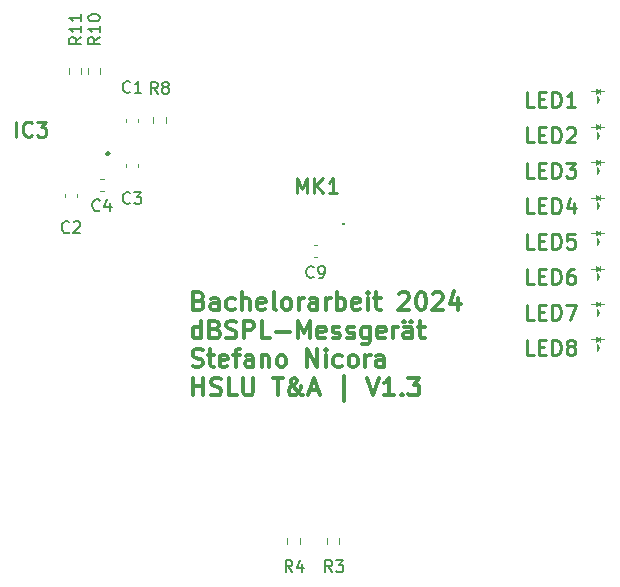
<source format=gto>
%TF.GenerationSoftware,KiCad,Pcbnew,8.0.0*%
%TF.CreationDate,2024-04-20T13:33:13+02:00*%
%TF.ProjectId,BAT2024,42415432-3032-4342-9e6b-696361645f70,1.0*%
%TF.SameCoordinates,Original*%
%TF.FileFunction,Legend,Top*%
%TF.FilePolarity,Positive*%
%FSLAX46Y46*%
G04 Gerber Fmt 4.6, Leading zero omitted, Abs format (unit mm)*
G04 Created by KiCad (PCBNEW 8.0.0) date 2024-04-20 13:33:13*
%MOMM*%
%LPD*%
G01*
G04 APERTURE LIST*
%ADD10C,0.300000*%
%ADD11C,0.254000*%
%ADD12C,0.150000*%
%ADD13C,0.120000*%
%ADD14C,0.250000*%
%ADD15C,0.200000*%
G04 APERTURE END LIST*
D10*
X104482510Y-64098366D02*
X104696796Y-64169794D01*
X104696796Y-64169794D02*
X104768225Y-64241223D01*
X104768225Y-64241223D02*
X104839653Y-64384080D01*
X104839653Y-64384080D02*
X104839653Y-64598366D01*
X104839653Y-64598366D02*
X104768225Y-64741223D01*
X104768225Y-64741223D02*
X104696796Y-64812652D01*
X104696796Y-64812652D02*
X104553939Y-64884080D01*
X104553939Y-64884080D02*
X103982510Y-64884080D01*
X103982510Y-64884080D02*
X103982510Y-63384080D01*
X103982510Y-63384080D02*
X104482510Y-63384080D01*
X104482510Y-63384080D02*
X104625368Y-63455509D01*
X104625368Y-63455509D02*
X104696796Y-63526937D01*
X104696796Y-63526937D02*
X104768225Y-63669794D01*
X104768225Y-63669794D02*
X104768225Y-63812652D01*
X104768225Y-63812652D02*
X104696796Y-63955509D01*
X104696796Y-63955509D02*
X104625368Y-64026937D01*
X104625368Y-64026937D02*
X104482510Y-64098366D01*
X104482510Y-64098366D02*
X103982510Y-64098366D01*
X106125368Y-64884080D02*
X106125368Y-64098366D01*
X106125368Y-64098366D02*
X106053939Y-63955509D01*
X106053939Y-63955509D02*
X105911082Y-63884080D01*
X105911082Y-63884080D02*
X105625368Y-63884080D01*
X105625368Y-63884080D02*
X105482510Y-63955509D01*
X106125368Y-64812652D02*
X105982510Y-64884080D01*
X105982510Y-64884080D02*
X105625368Y-64884080D01*
X105625368Y-64884080D02*
X105482510Y-64812652D01*
X105482510Y-64812652D02*
X105411082Y-64669794D01*
X105411082Y-64669794D02*
X105411082Y-64526937D01*
X105411082Y-64526937D02*
X105482510Y-64384080D01*
X105482510Y-64384080D02*
X105625368Y-64312652D01*
X105625368Y-64312652D02*
X105982510Y-64312652D01*
X105982510Y-64312652D02*
X106125368Y-64241223D01*
X107482511Y-64812652D02*
X107339653Y-64884080D01*
X107339653Y-64884080D02*
X107053939Y-64884080D01*
X107053939Y-64884080D02*
X106911082Y-64812652D01*
X106911082Y-64812652D02*
X106839653Y-64741223D01*
X106839653Y-64741223D02*
X106768225Y-64598366D01*
X106768225Y-64598366D02*
X106768225Y-64169794D01*
X106768225Y-64169794D02*
X106839653Y-64026937D01*
X106839653Y-64026937D02*
X106911082Y-63955509D01*
X106911082Y-63955509D02*
X107053939Y-63884080D01*
X107053939Y-63884080D02*
X107339653Y-63884080D01*
X107339653Y-63884080D02*
X107482511Y-63955509D01*
X108125367Y-64884080D02*
X108125367Y-63384080D01*
X108768225Y-64884080D02*
X108768225Y-64098366D01*
X108768225Y-64098366D02*
X108696796Y-63955509D01*
X108696796Y-63955509D02*
X108553939Y-63884080D01*
X108553939Y-63884080D02*
X108339653Y-63884080D01*
X108339653Y-63884080D02*
X108196796Y-63955509D01*
X108196796Y-63955509D02*
X108125367Y-64026937D01*
X110053939Y-64812652D02*
X109911082Y-64884080D01*
X109911082Y-64884080D02*
X109625368Y-64884080D01*
X109625368Y-64884080D02*
X109482510Y-64812652D01*
X109482510Y-64812652D02*
X109411082Y-64669794D01*
X109411082Y-64669794D02*
X109411082Y-64098366D01*
X109411082Y-64098366D02*
X109482510Y-63955509D01*
X109482510Y-63955509D02*
X109625368Y-63884080D01*
X109625368Y-63884080D02*
X109911082Y-63884080D01*
X109911082Y-63884080D02*
X110053939Y-63955509D01*
X110053939Y-63955509D02*
X110125368Y-64098366D01*
X110125368Y-64098366D02*
X110125368Y-64241223D01*
X110125368Y-64241223D02*
X109411082Y-64384080D01*
X110982510Y-64884080D02*
X110839653Y-64812652D01*
X110839653Y-64812652D02*
X110768224Y-64669794D01*
X110768224Y-64669794D02*
X110768224Y-63384080D01*
X111768224Y-64884080D02*
X111625367Y-64812652D01*
X111625367Y-64812652D02*
X111553938Y-64741223D01*
X111553938Y-64741223D02*
X111482510Y-64598366D01*
X111482510Y-64598366D02*
X111482510Y-64169794D01*
X111482510Y-64169794D02*
X111553938Y-64026937D01*
X111553938Y-64026937D02*
X111625367Y-63955509D01*
X111625367Y-63955509D02*
X111768224Y-63884080D01*
X111768224Y-63884080D02*
X111982510Y-63884080D01*
X111982510Y-63884080D02*
X112125367Y-63955509D01*
X112125367Y-63955509D02*
X112196796Y-64026937D01*
X112196796Y-64026937D02*
X112268224Y-64169794D01*
X112268224Y-64169794D02*
X112268224Y-64598366D01*
X112268224Y-64598366D02*
X112196796Y-64741223D01*
X112196796Y-64741223D02*
X112125367Y-64812652D01*
X112125367Y-64812652D02*
X111982510Y-64884080D01*
X111982510Y-64884080D02*
X111768224Y-64884080D01*
X112911081Y-64884080D02*
X112911081Y-63884080D01*
X112911081Y-64169794D02*
X112982510Y-64026937D01*
X112982510Y-64026937D02*
X113053939Y-63955509D01*
X113053939Y-63955509D02*
X113196796Y-63884080D01*
X113196796Y-63884080D02*
X113339653Y-63884080D01*
X114482510Y-64884080D02*
X114482510Y-64098366D01*
X114482510Y-64098366D02*
X114411081Y-63955509D01*
X114411081Y-63955509D02*
X114268224Y-63884080D01*
X114268224Y-63884080D02*
X113982510Y-63884080D01*
X113982510Y-63884080D02*
X113839652Y-63955509D01*
X114482510Y-64812652D02*
X114339652Y-64884080D01*
X114339652Y-64884080D02*
X113982510Y-64884080D01*
X113982510Y-64884080D02*
X113839652Y-64812652D01*
X113839652Y-64812652D02*
X113768224Y-64669794D01*
X113768224Y-64669794D02*
X113768224Y-64526937D01*
X113768224Y-64526937D02*
X113839652Y-64384080D01*
X113839652Y-64384080D02*
X113982510Y-64312652D01*
X113982510Y-64312652D02*
X114339652Y-64312652D01*
X114339652Y-64312652D02*
X114482510Y-64241223D01*
X115196795Y-64884080D02*
X115196795Y-63884080D01*
X115196795Y-64169794D02*
X115268224Y-64026937D01*
X115268224Y-64026937D02*
X115339653Y-63955509D01*
X115339653Y-63955509D02*
X115482510Y-63884080D01*
X115482510Y-63884080D02*
X115625367Y-63884080D01*
X116125366Y-64884080D02*
X116125366Y-63384080D01*
X116125366Y-63955509D02*
X116268224Y-63884080D01*
X116268224Y-63884080D02*
X116553938Y-63884080D01*
X116553938Y-63884080D02*
X116696795Y-63955509D01*
X116696795Y-63955509D02*
X116768224Y-64026937D01*
X116768224Y-64026937D02*
X116839652Y-64169794D01*
X116839652Y-64169794D02*
X116839652Y-64598366D01*
X116839652Y-64598366D02*
X116768224Y-64741223D01*
X116768224Y-64741223D02*
X116696795Y-64812652D01*
X116696795Y-64812652D02*
X116553938Y-64884080D01*
X116553938Y-64884080D02*
X116268224Y-64884080D01*
X116268224Y-64884080D02*
X116125366Y-64812652D01*
X118053938Y-64812652D02*
X117911081Y-64884080D01*
X117911081Y-64884080D02*
X117625367Y-64884080D01*
X117625367Y-64884080D02*
X117482509Y-64812652D01*
X117482509Y-64812652D02*
X117411081Y-64669794D01*
X117411081Y-64669794D02*
X117411081Y-64098366D01*
X117411081Y-64098366D02*
X117482509Y-63955509D01*
X117482509Y-63955509D02*
X117625367Y-63884080D01*
X117625367Y-63884080D02*
X117911081Y-63884080D01*
X117911081Y-63884080D02*
X118053938Y-63955509D01*
X118053938Y-63955509D02*
X118125367Y-64098366D01*
X118125367Y-64098366D02*
X118125367Y-64241223D01*
X118125367Y-64241223D02*
X117411081Y-64384080D01*
X118768223Y-64884080D02*
X118768223Y-63884080D01*
X118768223Y-63384080D02*
X118696795Y-63455509D01*
X118696795Y-63455509D02*
X118768223Y-63526937D01*
X118768223Y-63526937D02*
X118839652Y-63455509D01*
X118839652Y-63455509D02*
X118768223Y-63384080D01*
X118768223Y-63384080D02*
X118768223Y-63526937D01*
X119268224Y-63884080D02*
X119839652Y-63884080D01*
X119482509Y-63384080D02*
X119482509Y-64669794D01*
X119482509Y-64669794D02*
X119553938Y-64812652D01*
X119553938Y-64812652D02*
X119696795Y-64884080D01*
X119696795Y-64884080D02*
X119839652Y-64884080D01*
X121411081Y-63526937D02*
X121482509Y-63455509D01*
X121482509Y-63455509D02*
X121625367Y-63384080D01*
X121625367Y-63384080D02*
X121982509Y-63384080D01*
X121982509Y-63384080D02*
X122125367Y-63455509D01*
X122125367Y-63455509D02*
X122196795Y-63526937D01*
X122196795Y-63526937D02*
X122268224Y-63669794D01*
X122268224Y-63669794D02*
X122268224Y-63812652D01*
X122268224Y-63812652D02*
X122196795Y-64026937D01*
X122196795Y-64026937D02*
X121339652Y-64884080D01*
X121339652Y-64884080D02*
X122268224Y-64884080D01*
X123196795Y-63384080D02*
X123339652Y-63384080D01*
X123339652Y-63384080D02*
X123482509Y-63455509D01*
X123482509Y-63455509D02*
X123553938Y-63526937D01*
X123553938Y-63526937D02*
X123625366Y-63669794D01*
X123625366Y-63669794D02*
X123696795Y-63955509D01*
X123696795Y-63955509D02*
X123696795Y-64312652D01*
X123696795Y-64312652D02*
X123625366Y-64598366D01*
X123625366Y-64598366D02*
X123553938Y-64741223D01*
X123553938Y-64741223D02*
X123482509Y-64812652D01*
X123482509Y-64812652D02*
X123339652Y-64884080D01*
X123339652Y-64884080D02*
X123196795Y-64884080D01*
X123196795Y-64884080D02*
X123053938Y-64812652D01*
X123053938Y-64812652D02*
X122982509Y-64741223D01*
X122982509Y-64741223D02*
X122911080Y-64598366D01*
X122911080Y-64598366D02*
X122839652Y-64312652D01*
X122839652Y-64312652D02*
X122839652Y-63955509D01*
X122839652Y-63955509D02*
X122911080Y-63669794D01*
X122911080Y-63669794D02*
X122982509Y-63526937D01*
X122982509Y-63526937D02*
X123053938Y-63455509D01*
X123053938Y-63455509D02*
X123196795Y-63384080D01*
X124268223Y-63526937D02*
X124339651Y-63455509D01*
X124339651Y-63455509D02*
X124482509Y-63384080D01*
X124482509Y-63384080D02*
X124839651Y-63384080D01*
X124839651Y-63384080D02*
X124982509Y-63455509D01*
X124982509Y-63455509D02*
X125053937Y-63526937D01*
X125053937Y-63526937D02*
X125125366Y-63669794D01*
X125125366Y-63669794D02*
X125125366Y-63812652D01*
X125125366Y-63812652D02*
X125053937Y-64026937D01*
X125053937Y-64026937D02*
X124196794Y-64884080D01*
X124196794Y-64884080D02*
X125125366Y-64884080D01*
X126411080Y-63884080D02*
X126411080Y-64884080D01*
X126053937Y-63312652D02*
X125696794Y-64384080D01*
X125696794Y-64384080D02*
X126625365Y-64384080D01*
X104625368Y-67298996D02*
X104625368Y-65798996D01*
X104625368Y-67227568D02*
X104482510Y-67298996D01*
X104482510Y-67298996D02*
X104196796Y-67298996D01*
X104196796Y-67298996D02*
X104053939Y-67227568D01*
X104053939Y-67227568D02*
X103982510Y-67156139D01*
X103982510Y-67156139D02*
X103911082Y-67013282D01*
X103911082Y-67013282D02*
X103911082Y-66584710D01*
X103911082Y-66584710D02*
X103982510Y-66441853D01*
X103982510Y-66441853D02*
X104053939Y-66370425D01*
X104053939Y-66370425D02*
X104196796Y-66298996D01*
X104196796Y-66298996D02*
X104482510Y-66298996D01*
X104482510Y-66298996D02*
X104625368Y-66370425D01*
X105839653Y-66513282D02*
X106053939Y-66584710D01*
X106053939Y-66584710D02*
X106125368Y-66656139D01*
X106125368Y-66656139D02*
X106196796Y-66798996D01*
X106196796Y-66798996D02*
X106196796Y-67013282D01*
X106196796Y-67013282D02*
X106125368Y-67156139D01*
X106125368Y-67156139D02*
X106053939Y-67227568D01*
X106053939Y-67227568D02*
X105911082Y-67298996D01*
X105911082Y-67298996D02*
X105339653Y-67298996D01*
X105339653Y-67298996D02*
X105339653Y-65798996D01*
X105339653Y-65798996D02*
X105839653Y-65798996D01*
X105839653Y-65798996D02*
X105982511Y-65870425D01*
X105982511Y-65870425D02*
X106053939Y-65941853D01*
X106053939Y-65941853D02*
X106125368Y-66084710D01*
X106125368Y-66084710D02*
X106125368Y-66227568D01*
X106125368Y-66227568D02*
X106053939Y-66370425D01*
X106053939Y-66370425D02*
X105982511Y-66441853D01*
X105982511Y-66441853D02*
X105839653Y-66513282D01*
X105839653Y-66513282D02*
X105339653Y-66513282D01*
X106768225Y-67227568D02*
X106982511Y-67298996D01*
X106982511Y-67298996D02*
X107339653Y-67298996D01*
X107339653Y-67298996D02*
X107482511Y-67227568D01*
X107482511Y-67227568D02*
X107553939Y-67156139D01*
X107553939Y-67156139D02*
X107625368Y-67013282D01*
X107625368Y-67013282D02*
X107625368Y-66870425D01*
X107625368Y-66870425D02*
X107553939Y-66727568D01*
X107553939Y-66727568D02*
X107482511Y-66656139D01*
X107482511Y-66656139D02*
X107339653Y-66584710D01*
X107339653Y-66584710D02*
X107053939Y-66513282D01*
X107053939Y-66513282D02*
X106911082Y-66441853D01*
X106911082Y-66441853D02*
X106839653Y-66370425D01*
X106839653Y-66370425D02*
X106768225Y-66227568D01*
X106768225Y-66227568D02*
X106768225Y-66084710D01*
X106768225Y-66084710D02*
X106839653Y-65941853D01*
X106839653Y-65941853D02*
X106911082Y-65870425D01*
X106911082Y-65870425D02*
X107053939Y-65798996D01*
X107053939Y-65798996D02*
X107411082Y-65798996D01*
X107411082Y-65798996D02*
X107625368Y-65870425D01*
X108268224Y-67298996D02*
X108268224Y-65798996D01*
X108268224Y-65798996D02*
X108839653Y-65798996D01*
X108839653Y-65798996D02*
X108982510Y-65870425D01*
X108982510Y-65870425D02*
X109053939Y-65941853D01*
X109053939Y-65941853D02*
X109125367Y-66084710D01*
X109125367Y-66084710D02*
X109125367Y-66298996D01*
X109125367Y-66298996D02*
X109053939Y-66441853D01*
X109053939Y-66441853D02*
X108982510Y-66513282D01*
X108982510Y-66513282D02*
X108839653Y-66584710D01*
X108839653Y-66584710D02*
X108268224Y-66584710D01*
X110482510Y-67298996D02*
X109768224Y-67298996D01*
X109768224Y-67298996D02*
X109768224Y-65798996D01*
X110982510Y-66727568D02*
X112125368Y-66727568D01*
X112839653Y-67298996D02*
X112839653Y-65798996D01*
X112839653Y-65798996D02*
X113339653Y-66870425D01*
X113339653Y-66870425D02*
X113839653Y-65798996D01*
X113839653Y-65798996D02*
X113839653Y-67298996D01*
X115125368Y-67227568D02*
X114982511Y-67298996D01*
X114982511Y-67298996D02*
X114696797Y-67298996D01*
X114696797Y-67298996D02*
X114553939Y-67227568D01*
X114553939Y-67227568D02*
X114482511Y-67084710D01*
X114482511Y-67084710D02*
X114482511Y-66513282D01*
X114482511Y-66513282D02*
X114553939Y-66370425D01*
X114553939Y-66370425D02*
X114696797Y-66298996D01*
X114696797Y-66298996D02*
X114982511Y-66298996D01*
X114982511Y-66298996D02*
X115125368Y-66370425D01*
X115125368Y-66370425D02*
X115196797Y-66513282D01*
X115196797Y-66513282D02*
X115196797Y-66656139D01*
X115196797Y-66656139D02*
X114482511Y-66798996D01*
X115768225Y-67227568D02*
X115911082Y-67298996D01*
X115911082Y-67298996D02*
X116196796Y-67298996D01*
X116196796Y-67298996D02*
X116339653Y-67227568D01*
X116339653Y-67227568D02*
X116411082Y-67084710D01*
X116411082Y-67084710D02*
X116411082Y-67013282D01*
X116411082Y-67013282D02*
X116339653Y-66870425D01*
X116339653Y-66870425D02*
X116196796Y-66798996D01*
X116196796Y-66798996D02*
X115982511Y-66798996D01*
X115982511Y-66798996D02*
X115839653Y-66727568D01*
X115839653Y-66727568D02*
X115768225Y-66584710D01*
X115768225Y-66584710D02*
X115768225Y-66513282D01*
X115768225Y-66513282D02*
X115839653Y-66370425D01*
X115839653Y-66370425D02*
X115982511Y-66298996D01*
X115982511Y-66298996D02*
X116196796Y-66298996D01*
X116196796Y-66298996D02*
X116339653Y-66370425D01*
X116982511Y-67227568D02*
X117125368Y-67298996D01*
X117125368Y-67298996D02*
X117411082Y-67298996D01*
X117411082Y-67298996D02*
X117553939Y-67227568D01*
X117553939Y-67227568D02*
X117625368Y-67084710D01*
X117625368Y-67084710D02*
X117625368Y-67013282D01*
X117625368Y-67013282D02*
X117553939Y-66870425D01*
X117553939Y-66870425D02*
X117411082Y-66798996D01*
X117411082Y-66798996D02*
X117196797Y-66798996D01*
X117196797Y-66798996D02*
X117053939Y-66727568D01*
X117053939Y-66727568D02*
X116982511Y-66584710D01*
X116982511Y-66584710D02*
X116982511Y-66513282D01*
X116982511Y-66513282D02*
X117053939Y-66370425D01*
X117053939Y-66370425D02*
X117196797Y-66298996D01*
X117196797Y-66298996D02*
X117411082Y-66298996D01*
X117411082Y-66298996D02*
X117553939Y-66370425D01*
X118911083Y-66298996D02*
X118911083Y-67513282D01*
X118911083Y-67513282D02*
X118839654Y-67656139D01*
X118839654Y-67656139D02*
X118768225Y-67727568D01*
X118768225Y-67727568D02*
X118625368Y-67798996D01*
X118625368Y-67798996D02*
X118411083Y-67798996D01*
X118411083Y-67798996D02*
X118268225Y-67727568D01*
X118911083Y-67227568D02*
X118768225Y-67298996D01*
X118768225Y-67298996D02*
X118482511Y-67298996D01*
X118482511Y-67298996D02*
X118339654Y-67227568D01*
X118339654Y-67227568D02*
X118268225Y-67156139D01*
X118268225Y-67156139D02*
X118196797Y-67013282D01*
X118196797Y-67013282D02*
X118196797Y-66584710D01*
X118196797Y-66584710D02*
X118268225Y-66441853D01*
X118268225Y-66441853D02*
X118339654Y-66370425D01*
X118339654Y-66370425D02*
X118482511Y-66298996D01*
X118482511Y-66298996D02*
X118768225Y-66298996D01*
X118768225Y-66298996D02*
X118911083Y-66370425D01*
X120196797Y-67227568D02*
X120053940Y-67298996D01*
X120053940Y-67298996D02*
X119768226Y-67298996D01*
X119768226Y-67298996D02*
X119625368Y-67227568D01*
X119625368Y-67227568D02*
X119553940Y-67084710D01*
X119553940Y-67084710D02*
X119553940Y-66513282D01*
X119553940Y-66513282D02*
X119625368Y-66370425D01*
X119625368Y-66370425D02*
X119768226Y-66298996D01*
X119768226Y-66298996D02*
X120053940Y-66298996D01*
X120053940Y-66298996D02*
X120196797Y-66370425D01*
X120196797Y-66370425D02*
X120268226Y-66513282D01*
X120268226Y-66513282D02*
X120268226Y-66656139D01*
X120268226Y-66656139D02*
X119553940Y-66798996D01*
X120911082Y-67298996D02*
X120911082Y-66298996D01*
X120911082Y-66584710D02*
X120982511Y-66441853D01*
X120982511Y-66441853D02*
X121053940Y-66370425D01*
X121053940Y-66370425D02*
X121196797Y-66298996D01*
X121196797Y-66298996D02*
X121339654Y-66298996D01*
X122482511Y-67298996D02*
X122482511Y-66513282D01*
X122482511Y-66513282D02*
X122411082Y-66370425D01*
X122411082Y-66370425D02*
X122268225Y-66298996D01*
X122268225Y-66298996D02*
X121982511Y-66298996D01*
X121982511Y-66298996D02*
X121839653Y-66370425D01*
X122482511Y-67227568D02*
X122339653Y-67298996D01*
X122339653Y-67298996D02*
X121982511Y-67298996D01*
X121982511Y-67298996D02*
X121839653Y-67227568D01*
X121839653Y-67227568D02*
X121768225Y-67084710D01*
X121768225Y-67084710D02*
X121768225Y-66941853D01*
X121768225Y-66941853D02*
X121839653Y-66798996D01*
X121839653Y-66798996D02*
X121982511Y-66727568D01*
X121982511Y-66727568D02*
X122339653Y-66727568D01*
X122339653Y-66727568D02*
X122482511Y-66656139D01*
X121839653Y-65798996D02*
X121911082Y-65870425D01*
X121911082Y-65870425D02*
X121839653Y-65941853D01*
X121839653Y-65941853D02*
X121768225Y-65870425D01*
X121768225Y-65870425D02*
X121839653Y-65798996D01*
X121839653Y-65798996D02*
X121839653Y-65941853D01*
X122411082Y-65798996D02*
X122482511Y-65870425D01*
X122482511Y-65870425D02*
X122411082Y-65941853D01*
X122411082Y-65941853D02*
X122339653Y-65870425D01*
X122339653Y-65870425D02*
X122411082Y-65798996D01*
X122411082Y-65798996D02*
X122411082Y-65941853D01*
X122982511Y-66298996D02*
X123553939Y-66298996D01*
X123196796Y-65798996D02*
X123196796Y-67084710D01*
X123196796Y-67084710D02*
X123268225Y-67227568D01*
X123268225Y-67227568D02*
X123411082Y-67298996D01*
X123411082Y-67298996D02*
X123553939Y-67298996D01*
X103911082Y-69642484D02*
X104125368Y-69713912D01*
X104125368Y-69713912D02*
X104482510Y-69713912D01*
X104482510Y-69713912D02*
X104625368Y-69642484D01*
X104625368Y-69642484D02*
X104696796Y-69571055D01*
X104696796Y-69571055D02*
X104768225Y-69428198D01*
X104768225Y-69428198D02*
X104768225Y-69285341D01*
X104768225Y-69285341D02*
X104696796Y-69142484D01*
X104696796Y-69142484D02*
X104625368Y-69071055D01*
X104625368Y-69071055D02*
X104482510Y-68999626D01*
X104482510Y-68999626D02*
X104196796Y-68928198D01*
X104196796Y-68928198D02*
X104053939Y-68856769D01*
X104053939Y-68856769D02*
X103982510Y-68785341D01*
X103982510Y-68785341D02*
X103911082Y-68642484D01*
X103911082Y-68642484D02*
X103911082Y-68499626D01*
X103911082Y-68499626D02*
X103982510Y-68356769D01*
X103982510Y-68356769D02*
X104053939Y-68285341D01*
X104053939Y-68285341D02*
X104196796Y-68213912D01*
X104196796Y-68213912D02*
X104553939Y-68213912D01*
X104553939Y-68213912D02*
X104768225Y-68285341D01*
X105196796Y-68713912D02*
X105768224Y-68713912D01*
X105411081Y-68213912D02*
X105411081Y-69499626D01*
X105411081Y-69499626D02*
X105482510Y-69642484D01*
X105482510Y-69642484D02*
X105625367Y-69713912D01*
X105625367Y-69713912D02*
X105768224Y-69713912D01*
X106839653Y-69642484D02*
X106696796Y-69713912D01*
X106696796Y-69713912D02*
X106411082Y-69713912D01*
X106411082Y-69713912D02*
X106268224Y-69642484D01*
X106268224Y-69642484D02*
X106196796Y-69499626D01*
X106196796Y-69499626D02*
X106196796Y-68928198D01*
X106196796Y-68928198D02*
X106268224Y-68785341D01*
X106268224Y-68785341D02*
X106411082Y-68713912D01*
X106411082Y-68713912D02*
X106696796Y-68713912D01*
X106696796Y-68713912D02*
X106839653Y-68785341D01*
X106839653Y-68785341D02*
X106911082Y-68928198D01*
X106911082Y-68928198D02*
X106911082Y-69071055D01*
X106911082Y-69071055D02*
X106196796Y-69213912D01*
X107339653Y-68713912D02*
X107911081Y-68713912D01*
X107553938Y-69713912D02*
X107553938Y-68428198D01*
X107553938Y-68428198D02*
X107625367Y-68285341D01*
X107625367Y-68285341D02*
X107768224Y-68213912D01*
X107768224Y-68213912D02*
X107911081Y-68213912D01*
X109053939Y-69713912D02*
X109053939Y-68928198D01*
X109053939Y-68928198D02*
X108982510Y-68785341D01*
X108982510Y-68785341D02*
X108839653Y-68713912D01*
X108839653Y-68713912D02*
X108553939Y-68713912D01*
X108553939Y-68713912D02*
X108411081Y-68785341D01*
X109053939Y-69642484D02*
X108911081Y-69713912D01*
X108911081Y-69713912D02*
X108553939Y-69713912D01*
X108553939Y-69713912D02*
X108411081Y-69642484D01*
X108411081Y-69642484D02*
X108339653Y-69499626D01*
X108339653Y-69499626D02*
X108339653Y-69356769D01*
X108339653Y-69356769D02*
X108411081Y-69213912D01*
X108411081Y-69213912D02*
X108553939Y-69142484D01*
X108553939Y-69142484D02*
X108911081Y-69142484D01*
X108911081Y-69142484D02*
X109053939Y-69071055D01*
X109768224Y-68713912D02*
X109768224Y-69713912D01*
X109768224Y-68856769D02*
X109839653Y-68785341D01*
X109839653Y-68785341D02*
X109982510Y-68713912D01*
X109982510Y-68713912D02*
X110196796Y-68713912D01*
X110196796Y-68713912D02*
X110339653Y-68785341D01*
X110339653Y-68785341D02*
X110411082Y-68928198D01*
X110411082Y-68928198D02*
X110411082Y-69713912D01*
X111339653Y-69713912D02*
X111196796Y-69642484D01*
X111196796Y-69642484D02*
X111125367Y-69571055D01*
X111125367Y-69571055D02*
X111053939Y-69428198D01*
X111053939Y-69428198D02*
X111053939Y-68999626D01*
X111053939Y-68999626D02*
X111125367Y-68856769D01*
X111125367Y-68856769D02*
X111196796Y-68785341D01*
X111196796Y-68785341D02*
X111339653Y-68713912D01*
X111339653Y-68713912D02*
X111553939Y-68713912D01*
X111553939Y-68713912D02*
X111696796Y-68785341D01*
X111696796Y-68785341D02*
X111768225Y-68856769D01*
X111768225Y-68856769D02*
X111839653Y-68999626D01*
X111839653Y-68999626D02*
X111839653Y-69428198D01*
X111839653Y-69428198D02*
X111768225Y-69571055D01*
X111768225Y-69571055D02*
X111696796Y-69642484D01*
X111696796Y-69642484D02*
X111553939Y-69713912D01*
X111553939Y-69713912D02*
X111339653Y-69713912D01*
X113625367Y-69713912D02*
X113625367Y-68213912D01*
X113625367Y-68213912D02*
X114482510Y-69713912D01*
X114482510Y-69713912D02*
X114482510Y-68213912D01*
X115196796Y-69713912D02*
X115196796Y-68713912D01*
X115196796Y-68213912D02*
X115125368Y-68285341D01*
X115125368Y-68285341D02*
X115196796Y-68356769D01*
X115196796Y-68356769D02*
X115268225Y-68285341D01*
X115268225Y-68285341D02*
X115196796Y-68213912D01*
X115196796Y-68213912D02*
X115196796Y-68356769D01*
X116553940Y-69642484D02*
X116411082Y-69713912D01*
X116411082Y-69713912D02*
X116125368Y-69713912D01*
X116125368Y-69713912D02*
X115982511Y-69642484D01*
X115982511Y-69642484D02*
X115911082Y-69571055D01*
X115911082Y-69571055D02*
X115839654Y-69428198D01*
X115839654Y-69428198D02*
X115839654Y-68999626D01*
X115839654Y-68999626D02*
X115911082Y-68856769D01*
X115911082Y-68856769D02*
X115982511Y-68785341D01*
X115982511Y-68785341D02*
X116125368Y-68713912D01*
X116125368Y-68713912D02*
X116411082Y-68713912D01*
X116411082Y-68713912D02*
X116553940Y-68785341D01*
X117411082Y-69713912D02*
X117268225Y-69642484D01*
X117268225Y-69642484D02*
X117196796Y-69571055D01*
X117196796Y-69571055D02*
X117125368Y-69428198D01*
X117125368Y-69428198D02*
X117125368Y-68999626D01*
X117125368Y-68999626D02*
X117196796Y-68856769D01*
X117196796Y-68856769D02*
X117268225Y-68785341D01*
X117268225Y-68785341D02*
X117411082Y-68713912D01*
X117411082Y-68713912D02*
X117625368Y-68713912D01*
X117625368Y-68713912D02*
X117768225Y-68785341D01*
X117768225Y-68785341D02*
X117839654Y-68856769D01*
X117839654Y-68856769D02*
X117911082Y-68999626D01*
X117911082Y-68999626D02*
X117911082Y-69428198D01*
X117911082Y-69428198D02*
X117839654Y-69571055D01*
X117839654Y-69571055D02*
X117768225Y-69642484D01*
X117768225Y-69642484D02*
X117625368Y-69713912D01*
X117625368Y-69713912D02*
X117411082Y-69713912D01*
X118553939Y-69713912D02*
X118553939Y-68713912D01*
X118553939Y-68999626D02*
X118625368Y-68856769D01*
X118625368Y-68856769D02*
X118696797Y-68785341D01*
X118696797Y-68785341D02*
X118839654Y-68713912D01*
X118839654Y-68713912D02*
X118982511Y-68713912D01*
X120125368Y-69713912D02*
X120125368Y-68928198D01*
X120125368Y-68928198D02*
X120053939Y-68785341D01*
X120053939Y-68785341D02*
X119911082Y-68713912D01*
X119911082Y-68713912D02*
X119625368Y-68713912D01*
X119625368Y-68713912D02*
X119482510Y-68785341D01*
X120125368Y-69642484D02*
X119982510Y-69713912D01*
X119982510Y-69713912D02*
X119625368Y-69713912D01*
X119625368Y-69713912D02*
X119482510Y-69642484D01*
X119482510Y-69642484D02*
X119411082Y-69499626D01*
X119411082Y-69499626D02*
X119411082Y-69356769D01*
X119411082Y-69356769D02*
X119482510Y-69213912D01*
X119482510Y-69213912D02*
X119625368Y-69142484D01*
X119625368Y-69142484D02*
X119982510Y-69142484D01*
X119982510Y-69142484D02*
X120125368Y-69071055D01*
X103982510Y-72128828D02*
X103982510Y-70628828D01*
X103982510Y-71343114D02*
X104839653Y-71343114D01*
X104839653Y-72128828D02*
X104839653Y-70628828D01*
X105482511Y-72057400D02*
X105696797Y-72128828D01*
X105696797Y-72128828D02*
X106053939Y-72128828D01*
X106053939Y-72128828D02*
X106196797Y-72057400D01*
X106196797Y-72057400D02*
X106268225Y-71985971D01*
X106268225Y-71985971D02*
X106339654Y-71843114D01*
X106339654Y-71843114D02*
X106339654Y-71700257D01*
X106339654Y-71700257D02*
X106268225Y-71557400D01*
X106268225Y-71557400D02*
X106196797Y-71485971D01*
X106196797Y-71485971D02*
X106053939Y-71414542D01*
X106053939Y-71414542D02*
X105768225Y-71343114D01*
X105768225Y-71343114D02*
X105625368Y-71271685D01*
X105625368Y-71271685D02*
X105553939Y-71200257D01*
X105553939Y-71200257D02*
X105482511Y-71057400D01*
X105482511Y-71057400D02*
X105482511Y-70914542D01*
X105482511Y-70914542D02*
X105553939Y-70771685D01*
X105553939Y-70771685D02*
X105625368Y-70700257D01*
X105625368Y-70700257D02*
X105768225Y-70628828D01*
X105768225Y-70628828D02*
X106125368Y-70628828D01*
X106125368Y-70628828D02*
X106339654Y-70700257D01*
X107696796Y-72128828D02*
X106982510Y-72128828D01*
X106982510Y-72128828D02*
X106982510Y-70628828D01*
X108196796Y-70628828D02*
X108196796Y-71843114D01*
X108196796Y-71843114D02*
X108268225Y-71985971D01*
X108268225Y-71985971D02*
X108339654Y-72057400D01*
X108339654Y-72057400D02*
X108482511Y-72128828D01*
X108482511Y-72128828D02*
X108768225Y-72128828D01*
X108768225Y-72128828D02*
X108911082Y-72057400D01*
X108911082Y-72057400D02*
X108982511Y-71985971D01*
X108982511Y-71985971D02*
X109053939Y-71843114D01*
X109053939Y-71843114D02*
X109053939Y-70628828D01*
X110696797Y-70628828D02*
X111553940Y-70628828D01*
X111125368Y-72128828D02*
X111125368Y-70628828D01*
X113268225Y-72128828D02*
X113196797Y-72128828D01*
X113196797Y-72128828D02*
X113053939Y-72057400D01*
X113053939Y-72057400D02*
X112839654Y-71843114D01*
X112839654Y-71843114D02*
X112482511Y-71414542D01*
X112482511Y-71414542D02*
X112339654Y-71200257D01*
X112339654Y-71200257D02*
X112268225Y-70985971D01*
X112268225Y-70985971D02*
X112268225Y-70843114D01*
X112268225Y-70843114D02*
X112339654Y-70700257D01*
X112339654Y-70700257D02*
X112482511Y-70628828D01*
X112482511Y-70628828D02*
X112553939Y-70628828D01*
X112553939Y-70628828D02*
X112696797Y-70700257D01*
X112696797Y-70700257D02*
X112768225Y-70843114D01*
X112768225Y-70843114D02*
X112768225Y-70914542D01*
X112768225Y-70914542D02*
X112696797Y-71057400D01*
X112696797Y-71057400D02*
X112625368Y-71128828D01*
X112625368Y-71128828D02*
X112196797Y-71414542D01*
X112196797Y-71414542D02*
X112125368Y-71485971D01*
X112125368Y-71485971D02*
X112053939Y-71628828D01*
X112053939Y-71628828D02*
X112053939Y-71843114D01*
X112053939Y-71843114D02*
X112125368Y-71985971D01*
X112125368Y-71985971D02*
X112196797Y-72057400D01*
X112196797Y-72057400D02*
X112339654Y-72128828D01*
X112339654Y-72128828D02*
X112553939Y-72128828D01*
X112553939Y-72128828D02*
X112696797Y-72057400D01*
X112696797Y-72057400D02*
X112768225Y-71985971D01*
X112768225Y-71985971D02*
X112982511Y-71700257D01*
X112982511Y-71700257D02*
X113053939Y-71485971D01*
X113053939Y-71485971D02*
X113053939Y-71343114D01*
X113839654Y-71700257D02*
X114553940Y-71700257D01*
X113696797Y-72128828D02*
X114196797Y-70628828D01*
X114196797Y-70628828D02*
X114696797Y-72128828D01*
X116696796Y-72628828D02*
X116696796Y-70485971D01*
X118696796Y-70628828D02*
X119196796Y-72128828D01*
X119196796Y-72128828D02*
X119696796Y-70628828D01*
X120982510Y-72128828D02*
X120125367Y-72128828D01*
X120553938Y-72128828D02*
X120553938Y-70628828D01*
X120553938Y-70628828D02*
X120411081Y-70843114D01*
X120411081Y-70843114D02*
X120268224Y-70985971D01*
X120268224Y-70985971D02*
X120125367Y-71057400D01*
X121625366Y-71985971D02*
X121696795Y-72057400D01*
X121696795Y-72057400D02*
X121625366Y-72128828D01*
X121625366Y-72128828D02*
X121553938Y-72057400D01*
X121553938Y-72057400D02*
X121625366Y-71985971D01*
X121625366Y-71985971D02*
X121625366Y-72128828D01*
X122196795Y-70628828D02*
X123125367Y-70628828D01*
X123125367Y-70628828D02*
X122625367Y-71200257D01*
X122625367Y-71200257D02*
X122839652Y-71200257D01*
X122839652Y-71200257D02*
X122982510Y-71271685D01*
X122982510Y-71271685D02*
X123053938Y-71343114D01*
X123053938Y-71343114D02*
X123125367Y-71485971D01*
X123125367Y-71485971D02*
X123125367Y-71843114D01*
X123125367Y-71843114D02*
X123053938Y-71985971D01*
X123053938Y-71985971D02*
X122982510Y-72057400D01*
X122982510Y-72057400D02*
X122839652Y-72128828D01*
X122839652Y-72128828D02*
X122411081Y-72128828D01*
X122411081Y-72128828D02*
X122268224Y-72057400D01*
X122268224Y-72057400D02*
X122196795Y-71985971D01*
D11*
X132806809Y-65702318D02*
X132202047Y-65702318D01*
X132202047Y-65702318D02*
X132202047Y-64432318D01*
X133230142Y-65037080D02*
X133653476Y-65037080D01*
X133834904Y-65702318D02*
X133230142Y-65702318D01*
X133230142Y-65702318D02*
X133230142Y-64432318D01*
X133230142Y-64432318D02*
X133834904Y-64432318D01*
X134379190Y-65702318D02*
X134379190Y-64432318D01*
X134379190Y-64432318D02*
X134681571Y-64432318D01*
X134681571Y-64432318D02*
X134863000Y-64492794D01*
X134863000Y-64492794D02*
X134983952Y-64613746D01*
X134983952Y-64613746D02*
X135044429Y-64734699D01*
X135044429Y-64734699D02*
X135104905Y-64976603D01*
X135104905Y-64976603D02*
X135104905Y-65158032D01*
X135104905Y-65158032D02*
X135044429Y-65399937D01*
X135044429Y-65399937D02*
X134983952Y-65520889D01*
X134983952Y-65520889D02*
X134863000Y-65641842D01*
X134863000Y-65641842D02*
X134681571Y-65702318D01*
X134681571Y-65702318D02*
X134379190Y-65702318D01*
X135528238Y-64432318D02*
X136374905Y-64432318D01*
X136374905Y-64432318D02*
X135830619Y-65702318D01*
X132806809Y-56702318D02*
X132202047Y-56702318D01*
X132202047Y-56702318D02*
X132202047Y-55432318D01*
X133230142Y-56037080D02*
X133653476Y-56037080D01*
X133834904Y-56702318D02*
X133230142Y-56702318D01*
X133230142Y-56702318D02*
X133230142Y-55432318D01*
X133230142Y-55432318D02*
X133834904Y-55432318D01*
X134379190Y-56702318D02*
X134379190Y-55432318D01*
X134379190Y-55432318D02*
X134681571Y-55432318D01*
X134681571Y-55432318D02*
X134863000Y-55492794D01*
X134863000Y-55492794D02*
X134983952Y-55613746D01*
X134983952Y-55613746D02*
X135044429Y-55734699D01*
X135044429Y-55734699D02*
X135104905Y-55976603D01*
X135104905Y-55976603D02*
X135104905Y-56158032D01*
X135104905Y-56158032D02*
X135044429Y-56399937D01*
X135044429Y-56399937D02*
X134983952Y-56520889D01*
X134983952Y-56520889D02*
X134863000Y-56641842D01*
X134863000Y-56641842D02*
X134681571Y-56702318D01*
X134681571Y-56702318D02*
X134379190Y-56702318D01*
X136193476Y-55855651D02*
X136193476Y-56702318D01*
X135891095Y-55371842D02*
X135588714Y-56278984D01*
X135588714Y-56278984D02*
X136374905Y-56278984D01*
X132806809Y-50702318D02*
X132202047Y-50702318D01*
X132202047Y-50702318D02*
X132202047Y-49432318D01*
X133230142Y-50037080D02*
X133653476Y-50037080D01*
X133834904Y-50702318D02*
X133230142Y-50702318D01*
X133230142Y-50702318D02*
X133230142Y-49432318D01*
X133230142Y-49432318D02*
X133834904Y-49432318D01*
X134379190Y-50702318D02*
X134379190Y-49432318D01*
X134379190Y-49432318D02*
X134681571Y-49432318D01*
X134681571Y-49432318D02*
X134863000Y-49492794D01*
X134863000Y-49492794D02*
X134983952Y-49613746D01*
X134983952Y-49613746D02*
X135044429Y-49734699D01*
X135044429Y-49734699D02*
X135104905Y-49976603D01*
X135104905Y-49976603D02*
X135104905Y-50158032D01*
X135104905Y-50158032D02*
X135044429Y-50399937D01*
X135044429Y-50399937D02*
X134983952Y-50520889D01*
X134983952Y-50520889D02*
X134863000Y-50641842D01*
X134863000Y-50641842D02*
X134681571Y-50702318D01*
X134681571Y-50702318D02*
X134379190Y-50702318D01*
X135588714Y-49553270D02*
X135649190Y-49492794D01*
X135649190Y-49492794D02*
X135770143Y-49432318D01*
X135770143Y-49432318D02*
X136072524Y-49432318D01*
X136072524Y-49432318D02*
X136193476Y-49492794D01*
X136193476Y-49492794D02*
X136253952Y-49553270D01*
X136253952Y-49553270D02*
X136314429Y-49674222D01*
X136314429Y-49674222D02*
X136314429Y-49795175D01*
X136314429Y-49795175D02*
X136253952Y-49976603D01*
X136253952Y-49976603D02*
X135528238Y-50702318D01*
X135528238Y-50702318D02*
X136314429Y-50702318D01*
D12*
X100961333Y-46582818D02*
X100628000Y-46106627D01*
X100389905Y-46582818D02*
X100389905Y-45582818D01*
X100389905Y-45582818D02*
X100770857Y-45582818D01*
X100770857Y-45582818D02*
X100866095Y-45630437D01*
X100866095Y-45630437D02*
X100913714Y-45678056D01*
X100913714Y-45678056D02*
X100961333Y-45773294D01*
X100961333Y-45773294D02*
X100961333Y-45916151D01*
X100961333Y-45916151D02*
X100913714Y-46011389D01*
X100913714Y-46011389D02*
X100866095Y-46059008D01*
X100866095Y-46059008D02*
X100770857Y-46106627D01*
X100770857Y-46106627D02*
X100389905Y-46106627D01*
X101532762Y-46011389D02*
X101437524Y-45963770D01*
X101437524Y-45963770D02*
X101389905Y-45916151D01*
X101389905Y-45916151D02*
X101342286Y-45820913D01*
X101342286Y-45820913D02*
X101342286Y-45773294D01*
X101342286Y-45773294D02*
X101389905Y-45678056D01*
X101389905Y-45678056D02*
X101437524Y-45630437D01*
X101437524Y-45630437D02*
X101532762Y-45582818D01*
X101532762Y-45582818D02*
X101723238Y-45582818D01*
X101723238Y-45582818D02*
X101818476Y-45630437D01*
X101818476Y-45630437D02*
X101866095Y-45678056D01*
X101866095Y-45678056D02*
X101913714Y-45773294D01*
X101913714Y-45773294D02*
X101913714Y-45820913D01*
X101913714Y-45820913D02*
X101866095Y-45916151D01*
X101866095Y-45916151D02*
X101818476Y-45963770D01*
X101818476Y-45963770D02*
X101723238Y-46011389D01*
X101723238Y-46011389D02*
X101532762Y-46011389D01*
X101532762Y-46011389D02*
X101437524Y-46059008D01*
X101437524Y-46059008D02*
X101389905Y-46106627D01*
X101389905Y-46106627D02*
X101342286Y-46201865D01*
X101342286Y-46201865D02*
X101342286Y-46392341D01*
X101342286Y-46392341D02*
X101389905Y-46487579D01*
X101389905Y-46487579D02*
X101437524Y-46535199D01*
X101437524Y-46535199D02*
X101532762Y-46582818D01*
X101532762Y-46582818D02*
X101723238Y-46582818D01*
X101723238Y-46582818D02*
X101818476Y-46535199D01*
X101818476Y-46535199D02*
X101866095Y-46487579D01*
X101866095Y-46487579D02*
X101913714Y-46392341D01*
X101913714Y-46392341D02*
X101913714Y-46201865D01*
X101913714Y-46201865D02*
X101866095Y-46106627D01*
X101866095Y-46106627D02*
X101818476Y-46059008D01*
X101818476Y-46059008D02*
X101723238Y-46011389D01*
D11*
X132806809Y-47702318D02*
X132202047Y-47702318D01*
X132202047Y-47702318D02*
X132202047Y-46432318D01*
X133230142Y-47037080D02*
X133653476Y-47037080D01*
X133834904Y-47702318D02*
X133230142Y-47702318D01*
X133230142Y-47702318D02*
X133230142Y-46432318D01*
X133230142Y-46432318D02*
X133834904Y-46432318D01*
X134379190Y-47702318D02*
X134379190Y-46432318D01*
X134379190Y-46432318D02*
X134681571Y-46432318D01*
X134681571Y-46432318D02*
X134863000Y-46492794D01*
X134863000Y-46492794D02*
X134983952Y-46613746D01*
X134983952Y-46613746D02*
X135044429Y-46734699D01*
X135044429Y-46734699D02*
X135104905Y-46976603D01*
X135104905Y-46976603D02*
X135104905Y-47158032D01*
X135104905Y-47158032D02*
X135044429Y-47399937D01*
X135044429Y-47399937D02*
X134983952Y-47520889D01*
X134983952Y-47520889D02*
X134863000Y-47641842D01*
X134863000Y-47641842D02*
X134681571Y-47702318D01*
X134681571Y-47702318D02*
X134379190Y-47702318D01*
X136314429Y-47702318D02*
X135588714Y-47702318D01*
X135951571Y-47702318D02*
X135951571Y-46432318D01*
X135951571Y-46432318D02*
X135830619Y-46613746D01*
X135830619Y-46613746D02*
X135709667Y-46734699D01*
X135709667Y-46734699D02*
X135588714Y-46795175D01*
X132806809Y-62702318D02*
X132202047Y-62702318D01*
X132202047Y-62702318D02*
X132202047Y-61432318D01*
X133230142Y-62037080D02*
X133653476Y-62037080D01*
X133834904Y-62702318D02*
X133230142Y-62702318D01*
X133230142Y-62702318D02*
X133230142Y-61432318D01*
X133230142Y-61432318D02*
X133834904Y-61432318D01*
X134379190Y-62702318D02*
X134379190Y-61432318D01*
X134379190Y-61432318D02*
X134681571Y-61432318D01*
X134681571Y-61432318D02*
X134863000Y-61492794D01*
X134863000Y-61492794D02*
X134983952Y-61613746D01*
X134983952Y-61613746D02*
X135044429Y-61734699D01*
X135044429Y-61734699D02*
X135104905Y-61976603D01*
X135104905Y-61976603D02*
X135104905Y-62158032D01*
X135104905Y-62158032D02*
X135044429Y-62399937D01*
X135044429Y-62399937D02*
X134983952Y-62520889D01*
X134983952Y-62520889D02*
X134863000Y-62641842D01*
X134863000Y-62641842D02*
X134681571Y-62702318D01*
X134681571Y-62702318D02*
X134379190Y-62702318D01*
X136193476Y-61432318D02*
X135951571Y-61432318D01*
X135951571Y-61432318D02*
X135830619Y-61492794D01*
X135830619Y-61492794D02*
X135770143Y-61553270D01*
X135770143Y-61553270D02*
X135649190Y-61734699D01*
X135649190Y-61734699D02*
X135588714Y-61976603D01*
X135588714Y-61976603D02*
X135588714Y-62460413D01*
X135588714Y-62460413D02*
X135649190Y-62581365D01*
X135649190Y-62581365D02*
X135709667Y-62641842D01*
X135709667Y-62641842D02*
X135830619Y-62702318D01*
X135830619Y-62702318D02*
X136072524Y-62702318D01*
X136072524Y-62702318D02*
X136193476Y-62641842D01*
X136193476Y-62641842D02*
X136253952Y-62581365D01*
X136253952Y-62581365D02*
X136314429Y-62460413D01*
X136314429Y-62460413D02*
X136314429Y-62158032D01*
X136314429Y-62158032D02*
X136253952Y-62037080D01*
X136253952Y-62037080D02*
X136193476Y-61976603D01*
X136193476Y-61976603D02*
X136072524Y-61916127D01*
X136072524Y-61916127D02*
X135830619Y-61916127D01*
X135830619Y-61916127D02*
X135709667Y-61976603D01*
X135709667Y-61976603D02*
X135649190Y-62037080D01*
X135649190Y-62037080D02*
X135588714Y-62158032D01*
D12*
X94482819Y-41770857D02*
X94006628Y-42104190D01*
X94482819Y-42342285D02*
X93482819Y-42342285D01*
X93482819Y-42342285D02*
X93482819Y-41961333D01*
X93482819Y-41961333D02*
X93530438Y-41866095D01*
X93530438Y-41866095D02*
X93578057Y-41818476D01*
X93578057Y-41818476D02*
X93673295Y-41770857D01*
X93673295Y-41770857D02*
X93816152Y-41770857D01*
X93816152Y-41770857D02*
X93911390Y-41818476D01*
X93911390Y-41818476D02*
X93959009Y-41866095D01*
X93959009Y-41866095D02*
X94006628Y-41961333D01*
X94006628Y-41961333D02*
X94006628Y-42342285D01*
X94482819Y-40818476D02*
X94482819Y-41389904D01*
X94482819Y-41104190D02*
X93482819Y-41104190D01*
X93482819Y-41104190D02*
X93625676Y-41199428D01*
X93625676Y-41199428D02*
X93720914Y-41294666D01*
X93720914Y-41294666D02*
X93768533Y-41389904D01*
X94482819Y-39866095D02*
X94482819Y-40437523D01*
X94482819Y-40151809D02*
X93482819Y-40151809D01*
X93482819Y-40151809D02*
X93625676Y-40247047D01*
X93625676Y-40247047D02*
X93720914Y-40342285D01*
X93720914Y-40342285D02*
X93768533Y-40437523D01*
D11*
X132806809Y-59702318D02*
X132202047Y-59702318D01*
X132202047Y-59702318D02*
X132202047Y-58432318D01*
X133230142Y-59037080D02*
X133653476Y-59037080D01*
X133834904Y-59702318D02*
X133230142Y-59702318D01*
X133230142Y-59702318D02*
X133230142Y-58432318D01*
X133230142Y-58432318D02*
X133834904Y-58432318D01*
X134379190Y-59702318D02*
X134379190Y-58432318D01*
X134379190Y-58432318D02*
X134681571Y-58432318D01*
X134681571Y-58432318D02*
X134863000Y-58492794D01*
X134863000Y-58492794D02*
X134983952Y-58613746D01*
X134983952Y-58613746D02*
X135044429Y-58734699D01*
X135044429Y-58734699D02*
X135104905Y-58976603D01*
X135104905Y-58976603D02*
X135104905Y-59158032D01*
X135104905Y-59158032D02*
X135044429Y-59399937D01*
X135044429Y-59399937D02*
X134983952Y-59520889D01*
X134983952Y-59520889D02*
X134863000Y-59641842D01*
X134863000Y-59641842D02*
X134681571Y-59702318D01*
X134681571Y-59702318D02*
X134379190Y-59702318D01*
X136253952Y-58432318D02*
X135649190Y-58432318D01*
X135649190Y-58432318D02*
X135588714Y-59037080D01*
X135588714Y-59037080D02*
X135649190Y-58976603D01*
X135649190Y-58976603D02*
X135770143Y-58916127D01*
X135770143Y-58916127D02*
X136072524Y-58916127D01*
X136072524Y-58916127D02*
X136193476Y-58976603D01*
X136193476Y-58976603D02*
X136253952Y-59037080D01*
X136253952Y-59037080D02*
X136314429Y-59158032D01*
X136314429Y-59158032D02*
X136314429Y-59460413D01*
X136314429Y-59460413D02*
X136253952Y-59581365D01*
X136253952Y-59581365D02*
X136193476Y-59641842D01*
X136193476Y-59641842D02*
X136072524Y-59702318D01*
X136072524Y-59702318D02*
X135770143Y-59702318D01*
X135770143Y-59702318D02*
X135649190Y-59641842D01*
X135649190Y-59641842D02*
X135588714Y-59581365D01*
X88988237Y-50202318D02*
X88988237Y-48932318D01*
X90318714Y-50081365D02*
X90258238Y-50141842D01*
X90258238Y-50141842D02*
X90076809Y-50202318D01*
X90076809Y-50202318D02*
X89955857Y-50202318D01*
X89955857Y-50202318D02*
X89774428Y-50141842D01*
X89774428Y-50141842D02*
X89653476Y-50020889D01*
X89653476Y-50020889D02*
X89592999Y-49899937D01*
X89592999Y-49899937D02*
X89532523Y-49658032D01*
X89532523Y-49658032D02*
X89532523Y-49476603D01*
X89532523Y-49476603D02*
X89592999Y-49234699D01*
X89592999Y-49234699D02*
X89653476Y-49113746D01*
X89653476Y-49113746D02*
X89774428Y-48992794D01*
X89774428Y-48992794D02*
X89955857Y-48932318D01*
X89955857Y-48932318D02*
X90076809Y-48932318D01*
X90076809Y-48932318D02*
X90258238Y-48992794D01*
X90258238Y-48992794D02*
X90318714Y-49053270D01*
X90742047Y-48932318D02*
X91528238Y-48932318D01*
X91528238Y-48932318D02*
X91104904Y-49416127D01*
X91104904Y-49416127D02*
X91286333Y-49416127D01*
X91286333Y-49416127D02*
X91407285Y-49476603D01*
X91407285Y-49476603D02*
X91467761Y-49537080D01*
X91467761Y-49537080D02*
X91528238Y-49658032D01*
X91528238Y-49658032D02*
X91528238Y-49960413D01*
X91528238Y-49960413D02*
X91467761Y-50081365D01*
X91467761Y-50081365D02*
X91407285Y-50141842D01*
X91407285Y-50141842D02*
X91286333Y-50202318D01*
X91286333Y-50202318D02*
X90923476Y-50202318D01*
X90923476Y-50202318D02*
X90802523Y-50141842D01*
X90802523Y-50141842D02*
X90742047Y-50081365D01*
D12*
X98628834Y-55812579D02*
X98581215Y-55860199D01*
X98581215Y-55860199D02*
X98438358Y-55907818D01*
X98438358Y-55907818D02*
X98343120Y-55907818D01*
X98343120Y-55907818D02*
X98200263Y-55860199D01*
X98200263Y-55860199D02*
X98105025Y-55764960D01*
X98105025Y-55764960D02*
X98057406Y-55669722D01*
X98057406Y-55669722D02*
X98009787Y-55479246D01*
X98009787Y-55479246D02*
X98009787Y-55336389D01*
X98009787Y-55336389D02*
X98057406Y-55145913D01*
X98057406Y-55145913D02*
X98105025Y-55050675D01*
X98105025Y-55050675D02*
X98200263Y-54955437D01*
X98200263Y-54955437D02*
X98343120Y-54907818D01*
X98343120Y-54907818D02*
X98438358Y-54907818D01*
X98438358Y-54907818D02*
X98581215Y-54955437D01*
X98581215Y-54955437D02*
X98628834Y-55003056D01*
X98962168Y-54907818D02*
X99581215Y-54907818D01*
X99581215Y-54907818D02*
X99247882Y-55288770D01*
X99247882Y-55288770D02*
X99390739Y-55288770D01*
X99390739Y-55288770D02*
X99485977Y-55336389D01*
X99485977Y-55336389D02*
X99533596Y-55384008D01*
X99533596Y-55384008D02*
X99581215Y-55479246D01*
X99581215Y-55479246D02*
X99581215Y-55717341D01*
X99581215Y-55717341D02*
X99533596Y-55812579D01*
X99533596Y-55812579D02*
X99485977Y-55860199D01*
X99485977Y-55860199D02*
X99390739Y-55907818D01*
X99390739Y-55907818D02*
X99105025Y-55907818D01*
X99105025Y-55907818D02*
X99009787Y-55860199D01*
X99009787Y-55860199D02*
X98962168Y-55812579D01*
X112361333Y-87082819D02*
X112028000Y-86606628D01*
X111789905Y-87082819D02*
X111789905Y-86082819D01*
X111789905Y-86082819D02*
X112170857Y-86082819D01*
X112170857Y-86082819D02*
X112266095Y-86130438D01*
X112266095Y-86130438D02*
X112313714Y-86178057D01*
X112313714Y-86178057D02*
X112361333Y-86273295D01*
X112361333Y-86273295D02*
X112361333Y-86416152D01*
X112361333Y-86416152D02*
X112313714Y-86511390D01*
X112313714Y-86511390D02*
X112266095Y-86559009D01*
X112266095Y-86559009D02*
X112170857Y-86606628D01*
X112170857Y-86606628D02*
X111789905Y-86606628D01*
X113218476Y-86416152D02*
X113218476Y-87082819D01*
X112980381Y-86035200D02*
X112742286Y-86749485D01*
X112742286Y-86749485D02*
X113361333Y-86749485D01*
X96082819Y-41770857D02*
X95606628Y-42104190D01*
X96082819Y-42342285D02*
X95082819Y-42342285D01*
X95082819Y-42342285D02*
X95082819Y-41961333D01*
X95082819Y-41961333D02*
X95130438Y-41866095D01*
X95130438Y-41866095D02*
X95178057Y-41818476D01*
X95178057Y-41818476D02*
X95273295Y-41770857D01*
X95273295Y-41770857D02*
X95416152Y-41770857D01*
X95416152Y-41770857D02*
X95511390Y-41818476D01*
X95511390Y-41818476D02*
X95559009Y-41866095D01*
X95559009Y-41866095D02*
X95606628Y-41961333D01*
X95606628Y-41961333D02*
X95606628Y-42342285D01*
X96082819Y-40818476D02*
X96082819Y-41389904D01*
X96082819Y-41104190D02*
X95082819Y-41104190D01*
X95082819Y-41104190D02*
X95225676Y-41199428D01*
X95225676Y-41199428D02*
X95320914Y-41294666D01*
X95320914Y-41294666D02*
X95368533Y-41389904D01*
X95082819Y-40199428D02*
X95082819Y-40104190D01*
X95082819Y-40104190D02*
X95130438Y-40008952D01*
X95130438Y-40008952D02*
X95178057Y-39961333D01*
X95178057Y-39961333D02*
X95273295Y-39913714D01*
X95273295Y-39913714D02*
X95463771Y-39866095D01*
X95463771Y-39866095D02*
X95701866Y-39866095D01*
X95701866Y-39866095D02*
X95892342Y-39913714D01*
X95892342Y-39913714D02*
X95987580Y-39961333D01*
X95987580Y-39961333D02*
X96035200Y-40008952D01*
X96035200Y-40008952D02*
X96082819Y-40104190D01*
X96082819Y-40104190D02*
X96082819Y-40199428D01*
X96082819Y-40199428D02*
X96035200Y-40294666D01*
X96035200Y-40294666D02*
X95987580Y-40342285D01*
X95987580Y-40342285D02*
X95892342Y-40389904D01*
X95892342Y-40389904D02*
X95701866Y-40437523D01*
X95701866Y-40437523D02*
X95463771Y-40437523D01*
X95463771Y-40437523D02*
X95273295Y-40389904D01*
X95273295Y-40389904D02*
X95178057Y-40342285D01*
X95178057Y-40342285D02*
X95130438Y-40294666D01*
X95130438Y-40294666D02*
X95082819Y-40199428D01*
D11*
X132806809Y-53702318D02*
X132202047Y-53702318D01*
X132202047Y-53702318D02*
X132202047Y-52432318D01*
X133230142Y-53037080D02*
X133653476Y-53037080D01*
X133834904Y-53702318D02*
X133230142Y-53702318D01*
X133230142Y-53702318D02*
X133230142Y-52432318D01*
X133230142Y-52432318D02*
X133834904Y-52432318D01*
X134379190Y-53702318D02*
X134379190Y-52432318D01*
X134379190Y-52432318D02*
X134681571Y-52432318D01*
X134681571Y-52432318D02*
X134863000Y-52492794D01*
X134863000Y-52492794D02*
X134983952Y-52613746D01*
X134983952Y-52613746D02*
X135044429Y-52734699D01*
X135044429Y-52734699D02*
X135104905Y-52976603D01*
X135104905Y-52976603D02*
X135104905Y-53158032D01*
X135104905Y-53158032D02*
X135044429Y-53399937D01*
X135044429Y-53399937D02*
X134983952Y-53520889D01*
X134983952Y-53520889D02*
X134863000Y-53641842D01*
X134863000Y-53641842D02*
X134681571Y-53702318D01*
X134681571Y-53702318D02*
X134379190Y-53702318D01*
X135528238Y-52432318D02*
X136314429Y-52432318D01*
X136314429Y-52432318D02*
X135891095Y-52916127D01*
X135891095Y-52916127D02*
X136072524Y-52916127D01*
X136072524Y-52916127D02*
X136193476Y-52976603D01*
X136193476Y-52976603D02*
X136253952Y-53037080D01*
X136253952Y-53037080D02*
X136314429Y-53158032D01*
X136314429Y-53158032D02*
X136314429Y-53460413D01*
X136314429Y-53460413D02*
X136253952Y-53581365D01*
X136253952Y-53581365D02*
X136193476Y-53641842D01*
X136193476Y-53641842D02*
X136072524Y-53702318D01*
X136072524Y-53702318D02*
X135709667Y-53702318D01*
X135709667Y-53702318D02*
X135588714Y-53641842D01*
X135588714Y-53641842D02*
X135528238Y-53581365D01*
D12*
X93461333Y-58287580D02*
X93413714Y-58335200D01*
X93413714Y-58335200D02*
X93270857Y-58382819D01*
X93270857Y-58382819D02*
X93175619Y-58382819D01*
X93175619Y-58382819D02*
X93032762Y-58335200D01*
X93032762Y-58335200D02*
X92937524Y-58239961D01*
X92937524Y-58239961D02*
X92889905Y-58144723D01*
X92889905Y-58144723D02*
X92842286Y-57954247D01*
X92842286Y-57954247D02*
X92842286Y-57811390D01*
X92842286Y-57811390D02*
X92889905Y-57620914D01*
X92889905Y-57620914D02*
X92937524Y-57525676D01*
X92937524Y-57525676D02*
X93032762Y-57430438D01*
X93032762Y-57430438D02*
X93175619Y-57382819D01*
X93175619Y-57382819D02*
X93270857Y-57382819D01*
X93270857Y-57382819D02*
X93413714Y-57430438D01*
X93413714Y-57430438D02*
X93461333Y-57478057D01*
X93842286Y-57478057D02*
X93889905Y-57430438D01*
X93889905Y-57430438D02*
X93985143Y-57382819D01*
X93985143Y-57382819D02*
X94223238Y-57382819D01*
X94223238Y-57382819D02*
X94318476Y-57430438D01*
X94318476Y-57430438D02*
X94366095Y-57478057D01*
X94366095Y-57478057D02*
X94413714Y-57573295D01*
X94413714Y-57573295D02*
X94413714Y-57668533D01*
X94413714Y-57668533D02*
X94366095Y-57811390D01*
X94366095Y-57811390D02*
X93794667Y-58382819D01*
X93794667Y-58382819D02*
X94413714Y-58382819D01*
D11*
X132806809Y-68702318D02*
X132202047Y-68702318D01*
X132202047Y-68702318D02*
X132202047Y-67432318D01*
X133230142Y-68037080D02*
X133653476Y-68037080D01*
X133834904Y-68702318D02*
X133230142Y-68702318D01*
X133230142Y-68702318D02*
X133230142Y-67432318D01*
X133230142Y-67432318D02*
X133834904Y-67432318D01*
X134379190Y-68702318D02*
X134379190Y-67432318D01*
X134379190Y-67432318D02*
X134681571Y-67432318D01*
X134681571Y-67432318D02*
X134863000Y-67492794D01*
X134863000Y-67492794D02*
X134983952Y-67613746D01*
X134983952Y-67613746D02*
X135044429Y-67734699D01*
X135044429Y-67734699D02*
X135104905Y-67976603D01*
X135104905Y-67976603D02*
X135104905Y-68158032D01*
X135104905Y-68158032D02*
X135044429Y-68399937D01*
X135044429Y-68399937D02*
X134983952Y-68520889D01*
X134983952Y-68520889D02*
X134863000Y-68641842D01*
X134863000Y-68641842D02*
X134681571Y-68702318D01*
X134681571Y-68702318D02*
X134379190Y-68702318D01*
X135830619Y-67976603D02*
X135709667Y-67916127D01*
X135709667Y-67916127D02*
X135649190Y-67855651D01*
X135649190Y-67855651D02*
X135588714Y-67734699D01*
X135588714Y-67734699D02*
X135588714Y-67674222D01*
X135588714Y-67674222D02*
X135649190Y-67553270D01*
X135649190Y-67553270D02*
X135709667Y-67492794D01*
X135709667Y-67492794D02*
X135830619Y-67432318D01*
X135830619Y-67432318D02*
X136072524Y-67432318D01*
X136072524Y-67432318D02*
X136193476Y-67492794D01*
X136193476Y-67492794D02*
X136253952Y-67553270D01*
X136253952Y-67553270D02*
X136314429Y-67674222D01*
X136314429Y-67674222D02*
X136314429Y-67734699D01*
X136314429Y-67734699D02*
X136253952Y-67855651D01*
X136253952Y-67855651D02*
X136193476Y-67916127D01*
X136193476Y-67916127D02*
X136072524Y-67976603D01*
X136072524Y-67976603D02*
X135830619Y-67976603D01*
X135830619Y-67976603D02*
X135709667Y-68037080D01*
X135709667Y-68037080D02*
X135649190Y-68097556D01*
X135649190Y-68097556D02*
X135588714Y-68218508D01*
X135588714Y-68218508D02*
X135588714Y-68460413D01*
X135588714Y-68460413D02*
X135649190Y-68581365D01*
X135649190Y-68581365D02*
X135709667Y-68641842D01*
X135709667Y-68641842D02*
X135830619Y-68702318D01*
X135830619Y-68702318D02*
X136072524Y-68702318D01*
X136072524Y-68702318D02*
X136193476Y-68641842D01*
X136193476Y-68641842D02*
X136253952Y-68581365D01*
X136253952Y-68581365D02*
X136314429Y-68460413D01*
X136314429Y-68460413D02*
X136314429Y-68218508D01*
X136314429Y-68218508D02*
X136253952Y-68097556D01*
X136253952Y-68097556D02*
X136193476Y-68037080D01*
X136193476Y-68037080D02*
X136072524Y-67976603D01*
D12*
X115727333Y-87082819D02*
X115394000Y-86606628D01*
X115155905Y-87082819D02*
X115155905Y-86082819D01*
X115155905Y-86082819D02*
X115536857Y-86082819D01*
X115536857Y-86082819D02*
X115632095Y-86130438D01*
X115632095Y-86130438D02*
X115679714Y-86178057D01*
X115679714Y-86178057D02*
X115727333Y-86273295D01*
X115727333Y-86273295D02*
X115727333Y-86416152D01*
X115727333Y-86416152D02*
X115679714Y-86511390D01*
X115679714Y-86511390D02*
X115632095Y-86559009D01*
X115632095Y-86559009D02*
X115536857Y-86606628D01*
X115536857Y-86606628D02*
X115155905Y-86606628D01*
X116060667Y-86082819D02*
X116679714Y-86082819D01*
X116679714Y-86082819D02*
X116346381Y-86463771D01*
X116346381Y-86463771D02*
X116489238Y-86463771D01*
X116489238Y-86463771D02*
X116584476Y-86511390D01*
X116584476Y-86511390D02*
X116632095Y-86559009D01*
X116632095Y-86559009D02*
X116679714Y-86654247D01*
X116679714Y-86654247D02*
X116679714Y-86892342D01*
X116679714Y-86892342D02*
X116632095Y-86987580D01*
X116632095Y-86987580D02*
X116584476Y-87035200D01*
X116584476Y-87035200D02*
X116489238Y-87082819D01*
X116489238Y-87082819D02*
X116203524Y-87082819D01*
X116203524Y-87082819D02*
X116108286Y-87035200D01*
X116108286Y-87035200D02*
X116060667Y-86987580D01*
D11*
X112764904Y-55002318D02*
X112764904Y-53732318D01*
X112764904Y-53732318D02*
X113188238Y-54639461D01*
X113188238Y-54639461D02*
X113611571Y-53732318D01*
X113611571Y-53732318D02*
X113611571Y-55002318D01*
X114216333Y-55002318D02*
X114216333Y-53732318D01*
X114942048Y-55002318D02*
X114397762Y-54276603D01*
X114942048Y-53732318D02*
X114216333Y-54458032D01*
X116151572Y-55002318D02*
X115425857Y-55002318D01*
X115788714Y-55002318D02*
X115788714Y-53732318D01*
X115788714Y-53732318D02*
X115667762Y-53913746D01*
X115667762Y-53913746D02*
X115546810Y-54034699D01*
X115546810Y-54034699D02*
X115425857Y-54095175D01*
D12*
X96061333Y-56428580D02*
X96013714Y-56476200D01*
X96013714Y-56476200D02*
X95870857Y-56523819D01*
X95870857Y-56523819D02*
X95775619Y-56523819D01*
X95775619Y-56523819D02*
X95632762Y-56476200D01*
X95632762Y-56476200D02*
X95537524Y-56380961D01*
X95537524Y-56380961D02*
X95489905Y-56285723D01*
X95489905Y-56285723D02*
X95442286Y-56095247D01*
X95442286Y-56095247D02*
X95442286Y-55952390D01*
X95442286Y-55952390D02*
X95489905Y-55761914D01*
X95489905Y-55761914D02*
X95537524Y-55666676D01*
X95537524Y-55666676D02*
X95632762Y-55571438D01*
X95632762Y-55571438D02*
X95775619Y-55523819D01*
X95775619Y-55523819D02*
X95870857Y-55523819D01*
X95870857Y-55523819D02*
X96013714Y-55571438D01*
X96013714Y-55571438D02*
X96061333Y-55619057D01*
X96918476Y-55857152D02*
X96918476Y-56523819D01*
X96680381Y-55476200D02*
X96442286Y-56190485D01*
X96442286Y-56190485D02*
X97061333Y-56190485D01*
X114166334Y-62087580D02*
X114118715Y-62135200D01*
X114118715Y-62135200D02*
X113975858Y-62182819D01*
X113975858Y-62182819D02*
X113880620Y-62182819D01*
X113880620Y-62182819D02*
X113737763Y-62135200D01*
X113737763Y-62135200D02*
X113642525Y-62039961D01*
X113642525Y-62039961D02*
X113594906Y-61944723D01*
X113594906Y-61944723D02*
X113547287Y-61754247D01*
X113547287Y-61754247D02*
X113547287Y-61611390D01*
X113547287Y-61611390D02*
X113594906Y-61420914D01*
X113594906Y-61420914D02*
X113642525Y-61325676D01*
X113642525Y-61325676D02*
X113737763Y-61230438D01*
X113737763Y-61230438D02*
X113880620Y-61182819D01*
X113880620Y-61182819D02*
X113975858Y-61182819D01*
X113975858Y-61182819D02*
X114118715Y-61230438D01*
X114118715Y-61230438D02*
X114166334Y-61278057D01*
X114642525Y-62182819D02*
X114833001Y-62182819D01*
X114833001Y-62182819D02*
X114928239Y-62135200D01*
X114928239Y-62135200D02*
X114975858Y-62087580D01*
X114975858Y-62087580D02*
X115071096Y-61944723D01*
X115071096Y-61944723D02*
X115118715Y-61754247D01*
X115118715Y-61754247D02*
X115118715Y-61373295D01*
X115118715Y-61373295D02*
X115071096Y-61278057D01*
X115071096Y-61278057D02*
X115023477Y-61230438D01*
X115023477Y-61230438D02*
X114928239Y-61182819D01*
X114928239Y-61182819D02*
X114737763Y-61182819D01*
X114737763Y-61182819D02*
X114642525Y-61230438D01*
X114642525Y-61230438D02*
X114594906Y-61278057D01*
X114594906Y-61278057D02*
X114547287Y-61373295D01*
X114547287Y-61373295D02*
X114547287Y-61611390D01*
X114547287Y-61611390D02*
X114594906Y-61706628D01*
X114594906Y-61706628D02*
X114642525Y-61754247D01*
X114642525Y-61754247D02*
X114737763Y-61801866D01*
X114737763Y-61801866D02*
X114928239Y-61801866D01*
X114928239Y-61801866D02*
X115023477Y-61754247D01*
X115023477Y-61754247D02*
X115071096Y-61706628D01*
X115071096Y-61706628D02*
X115118715Y-61611390D01*
X98628833Y-46412580D02*
X98581214Y-46460200D01*
X98581214Y-46460200D02*
X98438357Y-46507819D01*
X98438357Y-46507819D02*
X98343119Y-46507819D01*
X98343119Y-46507819D02*
X98200262Y-46460200D01*
X98200262Y-46460200D02*
X98105024Y-46364961D01*
X98105024Y-46364961D02*
X98057405Y-46269723D01*
X98057405Y-46269723D02*
X98009786Y-46079247D01*
X98009786Y-46079247D02*
X98009786Y-45936390D01*
X98009786Y-45936390D02*
X98057405Y-45745914D01*
X98057405Y-45745914D02*
X98105024Y-45650676D01*
X98105024Y-45650676D02*
X98200262Y-45555438D01*
X98200262Y-45555438D02*
X98343119Y-45507819D01*
X98343119Y-45507819D02*
X98438357Y-45507819D01*
X98438357Y-45507819D02*
X98581214Y-45555438D01*
X98581214Y-45555438D02*
X98628833Y-45603057D01*
X99581214Y-46507819D02*
X99009786Y-46507819D01*
X99295500Y-46507819D02*
X99295500Y-45507819D01*
X99295500Y-45507819D02*
X99200262Y-45650676D01*
X99200262Y-45650676D02*
X99105024Y-45745914D01*
X99105024Y-45745914D02*
X99009786Y-45793533D01*
D13*
%TO.C,LED7*%
X138077999Y-64177998D02*
X138377998Y-64378000D01*
X137678001Y-64378000D02*
X138777998Y-64378001D01*
X138077999Y-64278000D02*
X138228000Y-64378001D01*
X138377999Y-64178001D02*
X138377999Y-64578001D01*
X138077999Y-64378000D02*
X138227999Y-64478001D01*
X138377998Y-64378000D02*
X138077999Y-64578001D01*
X138077999Y-64578001D02*
X138077999Y-64177998D01*
X138127999Y-64777999D02*
X138327998Y-65078000D01*
X138127999Y-64877999D02*
X138227999Y-65078000D01*
X138227999Y-65078000D02*
X138127999Y-65178000D01*
X138327998Y-65078000D02*
X138127999Y-65378000D01*
X138127999Y-65378000D02*
X138127999Y-64777999D01*
%TO.C,LED4*%
X138328001Y-56078000D02*
X138128001Y-56377999D01*
X138128001Y-56377999D02*
X138128002Y-55778000D01*
X138228000Y-56078000D02*
X138127999Y-56178001D01*
X138378000Y-55377999D02*
X138078000Y-55578000D01*
X138128000Y-55878000D02*
X138228000Y-56078000D01*
X138378001Y-55178000D02*
X138378000Y-55578000D01*
X138128002Y-55778000D02*
X138328001Y-56078000D01*
X138078000Y-55578000D02*
X138077999Y-55177999D01*
X138078001Y-55378000D02*
X138227999Y-55477999D01*
X138077999Y-55278000D02*
X138227999Y-55377999D01*
X138077999Y-55177999D02*
X138378000Y-55377999D01*
X137678001Y-55378002D02*
X138777999Y-55378000D01*
%TO.C,LED2*%
X138128001Y-50377999D02*
X138128002Y-49778000D01*
X138228000Y-50078000D02*
X138127999Y-50178001D01*
X138328001Y-50078000D02*
X138128001Y-50377999D01*
X138128000Y-49878000D02*
X138228000Y-50078000D01*
X138128002Y-49778000D02*
X138328001Y-50078000D01*
X138078000Y-49578000D02*
X138077999Y-49177999D01*
X137678001Y-49378002D02*
X138777999Y-49378000D01*
X138078001Y-49378000D02*
X138227999Y-49477999D01*
X138077999Y-49278000D02*
X138227999Y-49377999D01*
X138378000Y-49377999D02*
X138078000Y-49578000D01*
X138077999Y-49177999D02*
X138378000Y-49377999D01*
X138378001Y-49178000D02*
X138378000Y-49578000D01*
%TO.C,R8*%
X100605500Y-48573276D02*
X100605500Y-49082724D01*
X101650500Y-48573276D02*
X101650500Y-49082724D01*
%TO.C,LED1*%
X137678002Y-46378000D02*
X138778000Y-46378001D01*
X138128000Y-47378001D02*
X138128001Y-46778000D01*
X138128000Y-46878000D02*
X138228000Y-47078000D01*
X138228000Y-47078000D02*
X138127999Y-47178000D01*
X138128001Y-46778000D02*
X138328000Y-47078001D01*
X138078001Y-46578001D02*
X138078000Y-46178000D01*
X138328000Y-47078001D02*
X138128000Y-47378001D01*
X138077999Y-46378001D02*
X138228000Y-46478000D01*
X138077999Y-46278000D02*
X138228002Y-46378000D01*
X138078000Y-46178000D02*
X138377999Y-46378000D01*
X138377999Y-46378000D02*
X138078001Y-46578001D01*
X138378000Y-46178003D02*
X138378001Y-46578001D01*
%TO.C,LED6*%
X138378000Y-61177999D02*
X138378000Y-61578002D01*
X138078000Y-61178000D02*
X138378000Y-61378000D01*
X138078000Y-61278000D02*
X138227999Y-61378000D01*
X138378000Y-61378000D02*
X138078001Y-61578000D01*
X138077999Y-61378000D02*
X138228000Y-61478000D01*
X137678000Y-61378000D02*
X138777999Y-61378000D01*
X138078001Y-61578000D02*
X138078000Y-61178000D01*
X138127999Y-61778001D02*
X138328000Y-62078000D01*
X138127999Y-61878001D02*
X138228000Y-62078000D01*
X138328000Y-62078000D02*
X138128001Y-62378001D01*
X138228000Y-62078000D02*
X138127999Y-62178001D01*
X138128001Y-62378001D02*
X138127999Y-61778001D01*
%TO.C,R11*%
X93455500Y-44398276D02*
X93455500Y-44907724D01*
X94500500Y-44398276D02*
X94500500Y-44907724D01*
%TO.C,LED5*%
X138378000Y-58178003D02*
X138378001Y-58578001D01*
X138377999Y-58378000D02*
X138078001Y-58578001D01*
X138078000Y-58178000D02*
X138377999Y-58378000D01*
X138077999Y-58278000D02*
X138228002Y-58378000D01*
X138077999Y-58378001D02*
X138228000Y-58478000D01*
X138328000Y-59078001D02*
X138128000Y-59378001D01*
X138078001Y-58578001D02*
X138078000Y-58178000D01*
X138128001Y-58778000D02*
X138328000Y-59078001D01*
X138228000Y-59078000D02*
X138127999Y-59178000D01*
X138128000Y-58878000D02*
X138228000Y-59078000D01*
X138128000Y-59378001D02*
X138128001Y-58778000D01*
X137678002Y-58378000D02*
X138778000Y-58378001D01*
D14*
%TO.C,IC3*%
X96878000Y-51653000D02*
G75*
G02*
X96628000Y-51653000I-125000J0D01*
G01*
X96628000Y-51653000D02*
G75*
G02*
X96878000Y-51653000I125000J0D01*
G01*
D13*
%TO.C,C3*%
X98285500Y-52506733D02*
X98285500Y-52799267D01*
X99305500Y-52506733D02*
X99305500Y-52799267D01*
%TO.C,R4*%
X111939500Y-84682724D02*
X111939500Y-84173276D01*
X112984500Y-84682724D02*
X112984500Y-84173276D01*
%TO.C,R10*%
X95055500Y-44398276D02*
X95055500Y-44907724D01*
X96100500Y-44398276D02*
X96100500Y-44907724D01*
%TO.C,LED3*%
X138128000Y-53378001D02*
X138128001Y-52778000D01*
X138328000Y-53078001D02*
X138128000Y-53378001D01*
X138228000Y-53078000D02*
X138127999Y-53178000D01*
X138128000Y-52878000D02*
X138228000Y-53078000D01*
X138128001Y-52778000D02*
X138328000Y-53078001D01*
X138078001Y-52578001D02*
X138078000Y-52178000D01*
X138377999Y-52378000D02*
X138078001Y-52578001D01*
X138077999Y-52378001D02*
X138228000Y-52478000D01*
X138378000Y-52178003D02*
X138378001Y-52578001D01*
X138077999Y-52278000D02*
X138228002Y-52378000D01*
X137678002Y-52378000D02*
X138778000Y-52378001D01*
X138078000Y-52178000D02*
X138377999Y-52378000D01*
%TO.C,C2*%
X93118000Y-55044233D02*
X93118000Y-55336767D01*
X94138000Y-55044233D02*
X94138000Y-55336767D01*
%TO.C,LED8*%
X137678001Y-67378002D02*
X138777999Y-67378000D01*
X138077999Y-67177999D02*
X138378000Y-67377999D01*
X138077999Y-67278000D02*
X138227999Y-67377999D01*
X138078001Y-67378000D02*
X138227999Y-67477999D01*
X138078000Y-67578000D02*
X138077999Y-67177999D01*
X138128002Y-67778000D02*
X138328001Y-68078000D01*
X138378001Y-67178000D02*
X138378000Y-67578000D01*
X138128000Y-67878000D02*
X138228000Y-68078000D01*
X138378000Y-67377999D02*
X138078000Y-67578000D01*
X138228000Y-68078000D02*
X138127999Y-68178001D01*
X138128001Y-68377999D02*
X138128002Y-67778000D01*
X138328001Y-68078000D02*
X138128001Y-68377999D01*
%TO.C,R3*%
X115305500Y-84682724D02*
X115305500Y-84173276D01*
X116350500Y-84682724D02*
X116350500Y-84173276D01*
D15*
%TO.C,MK1*%
X116633000Y-57596000D02*
X116633000Y-57596000D01*
X116733000Y-57596000D02*
X116733000Y-57596000D01*
X116733000Y-57596000D02*
X116733000Y-57596000D01*
X116633000Y-57596000D02*
G75*
G02*
X116733000Y-57596000I50000J0D01*
G01*
X116633000Y-57596000D02*
G75*
G02*
X116733000Y-57596000I50000J0D01*
G01*
X116733000Y-57596000D02*
G75*
G02*
X116633000Y-57596000I-50000J0D01*
G01*
D13*
%TO.C,C4*%
X96374267Y-53759000D02*
X96081733Y-53759000D01*
X96374267Y-54779000D02*
X96081733Y-54779000D01*
%TO.C,C9*%
X114479267Y-59418000D02*
X114186733Y-59418000D01*
X114479267Y-60438000D02*
X114186733Y-60438000D01*
%TO.C,C1*%
X98285500Y-48999267D02*
X98285500Y-48706733D01*
X99305500Y-48999267D02*
X99305500Y-48706733D01*
%TD*%
M02*

</source>
